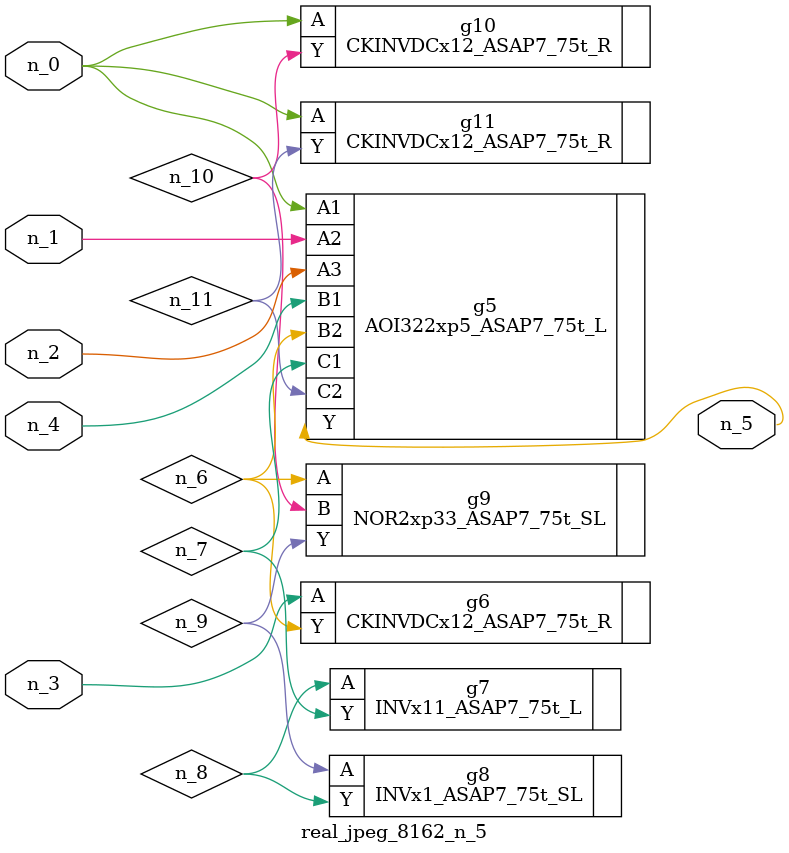
<source format=v>
module real_jpeg_8162_n_5 (n_4, n_0, n_1, n_2, n_3, n_5);

input n_4;
input n_0;
input n_1;
input n_2;
input n_3;

output n_5;

wire n_8;
wire n_11;
wire n_6;
wire n_7;
wire n_10;
wire n_9;

AOI322xp5_ASAP7_75t_L g5 ( 
.A1(n_0),
.A2(n_1),
.A3(n_2),
.B1(n_4),
.B2(n_6),
.C1(n_7),
.C2(n_11),
.Y(n_5)
);

CKINVDCx12_ASAP7_75t_R g10 ( 
.A(n_0),
.Y(n_10)
);

CKINVDCx12_ASAP7_75t_R g11 ( 
.A(n_0),
.Y(n_11)
);

CKINVDCx12_ASAP7_75t_R g6 ( 
.A(n_3),
.Y(n_6)
);

NOR2xp33_ASAP7_75t_SL g9 ( 
.A(n_6),
.B(n_10),
.Y(n_9)
);

INVx11_ASAP7_75t_L g7 ( 
.A(n_8),
.Y(n_7)
);

INVx1_ASAP7_75t_SL g8 ( 
.A(n_9),
.Y(n_8)
);


endmodule
</source>
